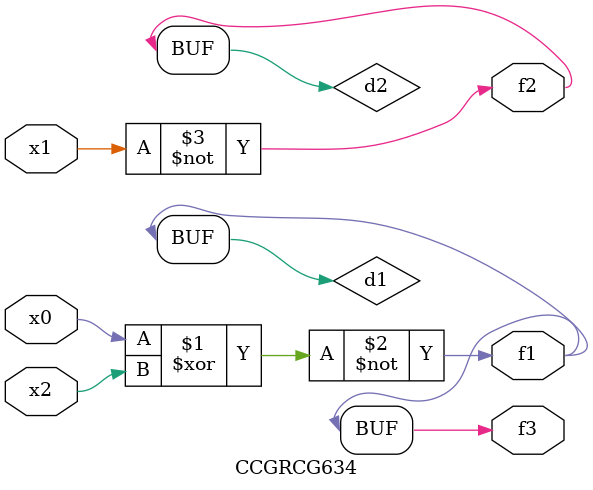
<source format=v>
module CCGRCG634(
	input x0, x1, x2,
	output f1, f2, f3
);

	wire d1, d2, d3;

	xnor (d1, x0, x2);
	nand (d2, x1);
	nor (d3, x1, x2);
	assign f1 = d1;
	assign f2 = d2;
	assign f3 = d1;
endmodule

</source>
